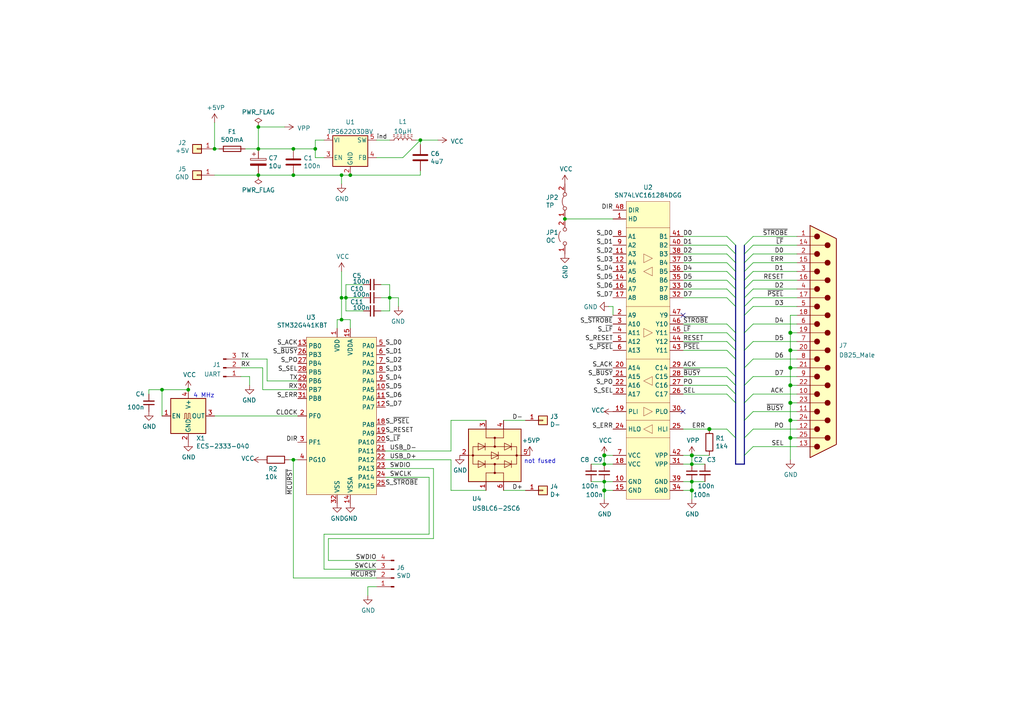
<source format=kicad_sch>
(kicad_sch (version 20211123) (generator eeschema)
  (paper "A4")
  (title_block (title "FTIR USB Adapter") (date "2021-02-28") (rev "1.0") (company "Alexey Galakhov"))
  (lib_symbols
    (symbol "Connector:Conn_01x03_Male" (pin_names (offset 1.016) hide)
      (property "Reference" "J" (at 0 5.08 0))
      (property "Value" "Conn_01x03_Male" (at 0 -5.08 0))
      (symbol "Conn_01x03_Male_1_1"
        (pin passive line (at 5.08 2.54 180) (length 3.81) (name "Pin_1") (number "1"))
        (pin passive line (at 5.08 0 180) (length 3.81) (name "Pin_2") (number "2"))
        (pin passive line (at 5.08 -2.54 180) (length 3.81) (name "Pin_3") (number "3"))
      )
    )
    (symbol "Connector:Conn_01x04_Male" (pin_names (offset 1.016) hide)
      (property "Reference" "J" (at 0 5.08 0))
      (property "Value" "Conn_01x04_Male" (at 0 -7.62 0))
      (symbol "Conn_01x04_Male_1_1"
        (pin passive line (at 5.08 2.54 180) (length 3.81) (name "Pin_1") (number "1"))
        (pin passive line (at 5.08 0 180) (length 3.81) (name "Pin_2") (number "2"))
        (pin passive line (at 5.08 -2.54 180) (length 3.81) (name "Pin_3") (number "3"))
        (pin passive line (at 5.08 -5.08 180) (length 3.81) (name "Pin_4") (number "4"))
      )
    )
    (symbol "Connector:DB25_Male" (pin_names (offset 1.016) hide)
      (property "Reference" "J" (at 0 34.29 0))
      (property "Value" "DB25_Male" (at 0 -34.925 0))
      (symbol "DB25_Male_1_1"
        (pin passive line (at -7.62 -30.48 0) (length 3.81) (name "1") (number "1"))
        (pin passive line (at -7.62 15.24 0) (length 3.81) (name "10") (number "10"))
        (pin passive line (at -7.62 20.32 0) (length 3.81) (name "11") (number "11"))
        (pin passive line (at -7.62 25.4 0) (length 3.81) (name "12") (number "12"))
        (pin passive line (at -7.62 30.48 0) (length 3.81) (name "13") (number "13"))
        (pin passive line (at -7.62 -27.94 0) (length 3.81) (name "P14") (number "14"))
        (pin passive line (at -7.62 -22.86 0) (length 3.81) (name "P15") (number "15"))
        (pin passive line (at -7.62 -17.78 0) (length 3.81) (name "P16") (number "16"))
        (pin passive line (at -7.62 -12.7 0) (length 3.81) (name "P17") (number "17"))
        (pin passive line (at -7.62 -7.62 0) (length 3.81) (name "P18") (number "18"))
        (pin passive line (at -7.62 -2.54 0) (length 3.81) (name "P19") (number "19"))
        (pin passive line (at -7.62 -25.4 0) (length 3.81) (name "2") (number "2"))
        (pin passive line (at -7.62 2.54 0) (length 3.81) (name "P20") (number "20"))
        (pin passive line (at -7.62 7.62 0) (length 3.81) (name "P21") (number "21"))
        (pin passive line (at -7.62 12.7 0) (length 3.81) (name "P22") (number "22"))
        (pin passive line (at -7.62 17.78 0) (length 3.81) (name "P23") (number "23"))
        (pin passive line (at -7.62 22.86 0) (length 3.81) (name "P24") (number "24"))
        (pin passive line (at -7.62 27.94 0) (length 3.81) (name "P25") (number "25"))
        (pin passive line (at -7.62 -20.32 0) (length 3.81) (name "3") (number "3"))
        (pin passive line (at -7.62 -15.24 0) (length 3.81) (name "4") (number "4"))
        (pin passive line (at -7.62 -10.16 0) (length 3.81) (name "5") (number "5"))
        (pin passive line (at -7.62 -5.08 0) (length 3.81) (name "6") (number "6"))
        (pin passive line (at -7.62 0 0) (length 3.81) (name "7") (number "7"))
        (pin passive line (at -7.62 5.08 0) (length 3.81) (name "8") (number "8"))
        (pin passive line (at -7.62 10.16 0) (length 3.81) (name "9") (number "9"))
      )
    )
    (symbol "Connector_Generic:Conn_01x01" (pin_names (offset 1.016) hide)
      (property "Reference" "J" (at 0 2.54 0))
      (property "Value" "Conn_01x01" (at 0 -2.54 0))
      (symbol "Conn_01x01_1_1"
        (pin passive line (at -5.08 0 0) (length 3.81) (name "Pin_1") (number "1"))
      )
    )
    (symbol "Device:C" (pin_numbers hide) (pin_names (offset 0.254))
      (property "Reference" "C" (at 0.635 2.54 0))
      (property "Value" "C" (at 0.635 -2.54 0))
      (symbol "C_1_1"
        (pin passive line (at 0 3.81 270) (length 2.794) (name "~") (number "1"))
        (pin passive line (at 0 -3.81 90) (length 2.794) (name "~") (number "2"))
      )
    )
    (symbol "Device:C_Polarized" (pin_numbers hide) (pin_names (offset 0.254))
      (property "Reference" "C" (at 0.635 2.54 0))
      (property "Value" "C_Polarized" (at 0.635 -2.54 0))
      (symbol "C_Polarized_1_1"
        (pin passive line (at 0 3.81 270) (length 2.794) (name "~") (number "1"))
        (pin passive line (at 0 -3.81 90) (length 2.794) (name "~") (number "2"))
      )
    )
    (symbol "Device:C_Small" (pin_numbers hide) (pin_names (offset 0.254) hide)
      (property "Reference" "C" (at 0.254 1.778 0))
      (property "Value" "C_Small" (at 0.254 -2.032 0))
      (symbol "C_Small_1_1"
        (pin passive line (at 0 2.54 270) (length 2.032) (name "~") (number "1"))
        (pin passive line (at 0 -2.54 90) (length 2.032) (name "~") (number "2"))
      )
    )
    (symbol "Device:Fuse" (pin_numbers hide) (pin_names (offset 0))
      (property "Reference" "F" (at 2.032 0 90))
      (property "Value" "Fuse" (at -1.905 0 90))
      (symbol "Fuse_1_1"
        (pin passive line (at 0 3.81 270) (length 1.27) (name "~") (number "1"))
        (pin passive line (at 0 -3.81 90) (length 1.27) (name "~") (number "2"))
      )
    )
    (symbol "Device:L_Ferrite" (pin_numbers hide) (pin_names (offset 1.016) hide)
      (property "Reference" "L" (at -1.27 0 90))
      (property "Value" "L_Ferrite" (at 2.794 0 90))
      (symbol "L_Ferrite_1_1"
        (pin passive line (at 0 3.81 270) (length 1.27) (name "1") (number "1"))
        (pin passive line (at 0 -3.81 90) (length 1.27) (name "2") (number "2"))
      )
    )
    (symbol "Device:R" (pin_numbers hide) (pin_names (offset 0))
      (property "Reference" "R" (at 2.032 0 90))
      (property "Value" "R" (at 0 0 90))
      (symbol "R_1_1"
        (pin passive line (at 0 3.81 270) (length 1.27) (name "~") (number "1"))
        (pin passive line (at 0 -3.81 90) (length 1.27) (name "~") (number "2"))
      )
    )
    (symbol "Jumper:Jumper_2_Bridged" (pin_names (offset 0) hide)
      (property "Reference" "JP" (at 0 1.905 0))
      (property "Value" "Jumper_2_Bridged" (at 0 -2.54 0))
      (symbol "Jumper_2_Bridged_1_1"
        (pin passive line (at -5.08 0 0) (length 2.54) (name "A") (number "1"))
        (pin passive line (at 5.08 0 180) (length 2.54) (name "B") (number "2"))
      )
    )
    (symbol "Jumper:Jumper_2_Open" (pin_names (offset 0) hide)
      (property "Reference" "JP" (at 0 2.794 0))
      (property "Value" "Jumper_2_Open" (at 0 -2.286 0))
      (symbol "Jumper_2_Open_1_1"
        (pin passive line (at -5.08 0 0) (length 2.54) (name "A") (number "1"))
        (pin passive line (at 5.08 0 180) (length 2.54) (name "B") (number "2"))
      )
    )
    (symbol "Oscillator:XO32" (pin_names (offset 0.254))
      (property "Reference" "X" (at -5.08 6.35 0))
      (property "Value" "XO32" (at 1.27 -6.35 0))
      (symbol "XO32_1_1"
        (pin input line (at -7.62 0 0) (length 2.54) (name "EN") (number "1"))
        (pin power_in line (at 0 -7.62 90) (length 2.54) (name "GND") (number "2"))
        (pin output line (at 7.62 0 180) (length 2.54) (name "OUT") (number "3"))
        (pin power_in line (at 0 7.62 270) (length 2.54) (name "V+") (number "4"))
      )
    )
    (symbol "Power_Protection:USBLC6-2SC6" (pin_names hide)
      (property "Reference" "U" (at 2.54 8.89 0))
      (property "Value" "USBLC6-2SC6" (at 2.54 -8.89 0))
      (symbol "USBLC6-2SC6_1_1"
        (pin passive line (at -10.16 -2.54 0) (length 2.54) (name "I/O1") (number "1"))
        (pin passive line (at 0 -10.16 90) (length 2.54) (name "GND") (number "2"))
        (pin passive line (at 10.16 -2.54 180) (length 2.54) (name "I/O2") (number "3"))
        (pin passive line (at 10.16 2.54 180) (length 2.54) (name "I/O2") (number "4"))
        (pin passive line (at 0 10.16 270) (length 2.54) (name "VBUS") (number "5"))
        (pin passive line (at -10.16 2.54 0) (length 2.54) (name "I/O1") (number "6"))
      )
    )
    (symbol "Regulator_Switching:TPS62203DBV" (pin_names (offset 0.254))
      (property "Reference" "U" (at -5.08 7.62 0))
      (property "Value" "TPS62203DBV" (at 0 7.62 0))
      (symbol "TPS62203DBV_1_1"
        (pin power_in line (at -7.62 5.08 0) (length 2.54) (name "VI") (number "1"))
        (pin power_in line (at 0 -5.08 90) (length 2.54) (name "GND") (number "2"))
        (pin input line (at -7.62 0 0) (length 2.54) (name "EN") (number "3"))
        (pin input line (at 7.62 0 180) (length 2.54) (name "FB") (number "4"))
        (pin output line (at 7.62 5.08 180) (length 2.54) (name "SW") (number "5"))
      )
    )
    (symbol "extras:74LVC161284"
      (property "Reference" "U" (at 0 6.35 0))
      (property "Value" "74LVC161284" (at 0 -82.55 0))
      (symbol "74LVC161284_1_1"
        (pin input line (at -10.16 0 0) (length 3.81) (name "HD") (number "1"))
        (pin power_in line (at -10.16 -76.2 0) (length 3.81) (name "GND") (number "10"))
        (pin bidirectional line (at -10.16 -10.16 0) (length 3.81) (name "A3") (number "11"))
        (pin bidirectional line (at -10.16 -12.7 0) (length 3.81) (name "A4") (number "12"))
        (pin bidirectional line (at -10.16 -15.24 0) (length 3.81) (name "A5") (number "13"))
        (pin bidirectional line (at -10.16 -17.78 0) (length 3.81) (name "A6") (number "14"))
        (pin power_in line (at -10.16 -78.74 0) (length 3.81) (name "GND") (number "15"))
        (pin bidirectional line (at -10.16 -20.32 0) (length 3.81) (name "A7") (number "16"))
        (pin bidirectional line (at -10.16 -22.86 0) (length 3.81) (name "A8") (number "17"))
        (pin power_in line (at -10.16 -71.12 0) (length 3.81) (name "VCC") (number "18"))
        (pin input line (at -10.16 -55.88 0) (length 3.81) (name "PLI") (number "19"))
        (pin input line (at -10.16 -27.94 0) (length 3.81) (name "A9") (number "2"))
        (pin output line (at -10.16 -43.18 0) (length 3.81) (name "A14") (number "20"))
        (pin output line (at -10.16 -45.72 0) (length 3.81) (name "A15") (number "21"))
        (pin output line (at -10.16 -48.26 0) (length 3.81) (name "A16") (number "22"))
        (pin output line (at -10.16 -50.8 0) (length 3.81) (name "A17") (number "23"))
        (pin output line (at -10.16 -60.96 0) (length 3.81) (name "HLO") (number "24"))
        (pin input line (at 10.16 -60.96 180) (length 3.81) (name "HLI") (number "25"))
        (pin output line (at 10.16 -50.8 180) (length 3.81) (name "C17") (number "26"))
        (pin output line (at 10.16 -48.26 180) (length 3.81) (name "C16") (number "27"))
        (pin output line (at 10.16 -45.72 180) (length 3.81) (name "C15") (number "28"))
        (pin output line (at 10.16 -43.18 180) (length 3.81) (name "C14") (number "29"))
        (pin input line (at -10.16 -30.48 0) (length 3.81) (name "A10") (number "3"))
        (pin output line (at 10.16 -55.88 180) (length 3.81) (name "PLO") (number "30"))
        (pin power_in line (at 10.16 -71.12 180) (length 3.81) (name "VPP") (number "31"))
        (pin bidirectional line (at 10.16 -22.86 180) (length 3.81) (name "B8") (number "32"))
        (pin bidirectional line (at 10.16 -20.32 180) (length 3.81) (name "B7") (number "33"))
        (pin power_in line (at 10.16 -78.74 180) (length 3.81) (name "GND") (number "34"))
        (pin bidirectional line (at 10.16 -17.78 180) (length 3.81) (name "B6") (number "35"))
        (pin bidirectional line (at 10.16 -15.24 180) (length 3.81) (name "B5") (number "36"))
        (pin bidirectional line (at 10.16 -12.7 180) (length 3.81) (name "B4") (number "37"))
        (pin bidirectional line (at 10.16 -10.16 180) (length 3.81) (name "B3") (number "38"))
        (pin power_in line (at 10.16 -76.2 180) (length 3.81) (name "GND") (number "39"))
        (pin input line (at -10.16 -33.02 0) (length 3.81) (name "A11") (number "4"))
        (pin bidirectional line (at 10.16 -7.62 180) (length 3.81) (name "B2") (number "40"))
        (pin bidirectional line (at 10.16 -5.08 180) (length 3.81) (name "B1") (number "41"))
        (pin power_in line (at 10.16 -68.58 180) (length 3.81) (name "VPP") (number "42"))
        (pin output line (at 10.16 -38.1 180) (length 3.81) (name "Y11") (number "43"))
        (pin output line (at 10.16 -35.56 180) (length 3.81) (name "Y12") (number "44"))
        (pin output line (at 10.16 -33.02 180) (length 3.81) (name "Y11") (number "45"))
        (pin output line (at 10.16 -30.48 180) (length 3.81) (name "Y10") (number "46"))
        (pin output line (at 10.16 -27.94 180) (length 3.81) (name "Y9") (number "47"))
        (pin input line (at -10.16 2.54 0) (length 3.81) (name "DIR") (number "48"))
        (pin input line (at -10.16 -35.56 0) (length 3.81) (name "A12") (number "5"))
        (pin input line (at -10.16 -38.1 0) (length 3.81) (name "A13") (number "6"))
        (pin power_in line (at -10.16 -68.58 0) (length 3.81) (name "VCC") (number "7"))
        (pin bidirectional line (at -10.16 -5.08 0) (length 3.81) (name "A1") (number "8"))
        (pin bidirectional line (at -10.16 -7.62 0) (length 3.81) (name "A2") (number "9"))
      )
    )
    (symbol "extras:STM32G431KBT"
      (property "Reference" "U" (at -8.89 16.51 0))
      (property "Value" "STM32G431KBT" (at 11.43 -33.02 0))
      (symbol "STM32G431KBT_1_1"
        (pin power_in line (at -1.27 17.78 270) (length 2.54) (name "VDD") (number "1"))
        (pin bidirectional line (at 12.7 0 180) (length 2.54) (name "PA5") (number "10"))
        (pin bidirectional line (at 12.7 -2.54 180) (length 2.54) (name "PA6") (number "11"))
        (pin bidirectional line (at 12.7 -5.08 180) (length 2.54) (name "PA7") (number "12"))
        (pin bidirectional line (at -12.7 12.7 0) (length 2.54) (name "PB0") (number "13"))
        (pin power_in line (at 2.54 -33.02 90) (length 2.54) (name "VSSA") (number "14"))
        (pin power_in line (at 2.54 17.78 270) (length 2.54) (name "VDDA") (number "15"))
        (pin passive line (at -1.27 -33.02 90) (length 2.54) hide (name "VSS") (number "16"))
        (pin passive line (at -1.27 17.78 270) (length 2.54) hide (name "VDD") (number "17"))
        (pin bidirectional line (at 12.7 -10.16 180) (length 2.54) (name "PA8") (number "18"))
        (pin bidirectional line (at 12.7 -12.7 180) (length 2.54) (name "PA9") (number "19"))
        (pin bidirectional line (at -12.7 -7.62 0) (length 2.54) (name "PF0") (number "2"))
        (pin bidirectional line (at 12.7 -15.24 180) (length 2.54) (name "PA10") (number "20"))
        (pin bidirectional line (at 12.7 -17.78 180) (length 2.54) (name "PA11") (number "21"))
        (pin bidirectional line (at 12.7 -20.32 180) (length 2.54) (name "PA12") (number "22"))
        (pin bidirectional line (at 12.7 -22.86 180) (length 2.54) (name "PA13") (number "23"))
        (pin bidirectional line (at 12.7 -25.4 180) (length 2.54) (name "PA14") (number "24"))
        (pin bidirectional line (at 12.7 -27.94 180) (length 2.54) (name "PA15") (number "25"))
        (pin bidirectional line (at -12.7 10.16 0) (length 2.54) (name "PB3") (number "26"))
        (pin bidirectional line (at -12.7 7.62 0) (length 2.54) (name "PB4") (number "27"))
        (pin bidirectional line (at -12.7 5.08 0) (length 2.54) (name "PB5") (number "28"))
        (pin bidirectional line (at -12.7 2.54 0) (length 2.54) (name "PB6") (number "29"))
        (pin bidirectional line (at -12.7 -15.24 0) (length 2.54) (name "PF1") (number "3"))
        (pin bidirectional line (at -12.7 0 0) (length 2.54) (name "PB7") (number "30"))
        (pin bidirectional line (at -12.7 -2.54 0) (length 2.54) (name "PB8") (number "31"))
        (pin power_in line (at -1.27 -33.02 90) (length 2.54) (name "VSS") (number "32"))
        (pin bidirectional line (at -12.7 -20.32 0) (length 2.54) (name "PG10") (number "4"))
        (pin bidirectional line (at 12.7 12.7 180) (length 2.54) (name "PA0") (number "5"))
        (pin bidirectional line (at 12.7 10.16 180) (length 2.54) (name "PA1") (number "6"))
        (pin bidirectional line (at 12.7 7.62 180) (length 2.54) (name "PA2") (number "7"))
        (pin bidirectional line (at 12.7 5.08 180) (length 2.54) (name "PA3") (number "8"))
        (pin bidirectional line (at 12.7 2.54 180) (length 2.54) (name "PA4") (number "9"))
      )
    )
    (symbol "power:+5VP" (power) (pin_names (offset 0))
      (property "Value" "+5VP" (at 0 3.556 0))
      (symbol "+5VP_1_1"
        (pin power_in line (at 0 0 90) (length 0) hide (name "+5VP") (number "1"))
      )
    )
    (symbol "power:GND" (power) (pin_names (offset 0))
      (property "Value" "GND" (at 0 -3.81 0))
      (symbol "GND_1_1"
        (pin power_in line (at 0 0 270) (length 0) hide (name "GND") (number "1"))
      )
    )
    (symbol "power:PWR_FLAG" (power) (pin_numbers hide) (pin_names (offset 0) hide)
      (property "Value" "PWR_FLAG" (at 0 3.81 0))
      (symbol "PWR_FLAG_0_0"
        (pin power_out line (at 0 0 90) (length 0) (name "pwr") (number "1"))
      )
    )
    (symbol "power:VCC" (power) (pin_names (offset 0))
      (property "Value" "VCC" (at 0 3.81 0))
      (symbol "VCC_1_1"
        (pin power_in line (at 0 0 90) (length 0) hide (name "VCC") (number "1"))
      )
    )
    (symbol "power:VPP" (power) (pin_names (offset 0))
      (property "Value" "VPP" (at 0 3.81 0))
      (symbol "VPP_1_1"
        (pin power_in line (at 0 0 90) (length 0) hide (name "VPP") (number "1"))
      )
    )
  )
  (junction (at 121.92 40.64))
  (junction (at 74.93 43.18) (diameter 0.9144))
  (junction (at 229.235 101.6) (diameter 1.016))
  (junction (at 200.66 134.62) (diameter 0.9144))
  (junction (at 113.03 86.36) (diameter 0.9144))
  (junction (at 200.66 132.08) (diameter 1.016))
  (junction (at 229.235 121.92) (diameter 1.016))
  (junction (at 54.61 113.03) (diameter 0.9144))
  (junction (at 200.66 139.7) (diameter 0.9144))
  (junction (at 229.235 111.76) (diameter 1.016))
  (junction (at 46.99 113.03))
  (junction (at 100.33 86.36) (diameter 0.9144))
  (junction (at 229.235 106.68) (diameter 1.016))
  (junction (at 85.09 133.35) (diameter 0.9144))
  (junction (at 229.235 127) (diameter 1.016))
  (junction (at 175.26 139.7) (diameter 0.9144))
  (junction (at 200.66 142.24) (diameter 1.016))
  (junction (at 85.09 43.18) (diameter 0.9144))
  (junction (at 163.83 63.5) (diameter 0.9144))
  (junction (at 62.23 43.18) (diameter 0.9144))
  (junction (at 99.06 92.71) (diameter 0.9144))
  (junction (at 74.93 36.83) (diameter 0.9144))
  (junction (at 101.6 50.8))
  (junction (at 85.09 50.8) (diameter 0.9144))
  (junction (at 91.44 43.18))
  (junction (at 74.93 50.8) (diameter 0.9144))
  (junction (at 99.06 50.8) (diameter 0.9144))
  (junction (at 175.26 132.08) (diameter 1.016))
  (junction (at 175.26 134.62) (diameter 0.9144))
  (junction (at 229.235 116.84) (diameter 1.016))
  (junction (at 175.26 142.24) (diameter 1.016))
  (junction (at 205.74 124.46) (diameter 1.016))
  (junction (at 229.235 96.52) (diameter 1.016))
  (junction (at 99.06 86.36) (diameter 0.9144))
  (no_connect (at 198.12 91.44))
  (no_connect (at 198.12 119.38))
  (bus_entry (at 210.82 78.74) (size 2.54 2.54) (stroke (width 0.1524)))
  (bus_entry (at 215.9 127) (size 2.54 -2.54) (stroke (width 0.1524)))
  (bus_entry (at 215.9 76.2) (size 2.54 -2.54) (stroke (width 0.1524)))
  (bus_entry (at 210.82 124.46) (size 2.54 2.54) (stroke (width 0.1524)))
  (bus_entry (at 210.82 99.06) (size 2.54 2.54) (stroke (width 0.1524)))
  (bus_entry (at 218.44 109.22) (size -2.54 2.54) (stroke (width 0.1524)))
  (bus_entry (at 215.9 83.82) (size 2.54 -2.54) (stroke (width 0.1524)))
  (bus_entry (at 215.9 116.84) (size 2.54 -2.54) (stroke (width 0.1524)))
  (bus_entry (at 210.82 109.22) (size 2.54 2.54) (stroke (width 0.1524)))
  (bus_entry (at 210.82 111.76) (size 2.54 2.54) (stroke (width 0.1524)))
  (bus_entry (at 215.9 101.6) (size 2.54 -2.54) (stroke (width 0.1524)))
  (bus_entry (at 218.44 68.58) (size -2.54 2.54) (stroke (width 0.1524)))
  (bus_entry (at 215.9 86.36) (size 2.54 -2.54) (stroke (width 0.1524)))
  (bus_entry (at 215.9 91.44) (size 2.54 -2.54) (stroke (width 0.1524)))
  (bus_entry (at 210.82 96.52) (size 2.54 2.54) (stroke (width 0.1524)))
  (bus_entry (at 210.82 106.68) (size 2.54 2.54) (stroke (width 0.1524)))
  (bus_entry (at 215.9 132.08) (size 2.54 -2.54) (stroke (width 0.1524)))
  (bus_entry (at 210.82 68.58) (size 2.54 2.54) (stroke (width 0.1524)))
  (bus_entry (at 210.82 83.82) (size 2.54 2.54) (stroke (width 0.1524)))
  (bus_entry (at 210.82 76.2) (size 2.54 2.54) (stroke (width 0.1524)))
  (bus_entry (at 210.82 101.6) (size 2.54 2.54) (stroke (width 0.1524)))
  (bus_entry (at 218.44 104.14) (size -2.54 2.54) (stroke (width 0.1524)))
  (bus_entry (at 210.82 73.66) (size 2.54 2.54) (stroke (width 0.1524)))
  (bus_entry (at 215.9 88.9) (size 2.54 -2.54) (stroke (width 0.1524)))
  (bus_entry (at 215.9 81.28) (size 2.54 -2.54) (stroke (width 0.1524)))
  (bus_entry (at 210.82 86.36) (size 2.54 2.54) (stroke (width 0.1524)))
  (bus_entry (at 210.82 114.3) (size 2.54 2.54) (stroke (width 0.1524)))
  (bus_entry (at 215.9 96.52) (size 2.54 -2.54) (stroke (width 0.1524)))
  (bus_entry (at 215.9 78.74) (size 2.54 -2.54) (stroke (width 0.1524)))
  (bus_entry (at 210.82 81.28) (size 2.54 2.54) (stroke (width 0.1524)))
  (bus_entry (at 210.82 93.98) (size 2.54 2.54) (stroke (width 0.1524)))
  (bus_entry (at 210.82 71.12) (size 2.54 2.54) (stroke (width 0.1524)))
  (bus_entry (at 215.9 121.92) (size 2.54 -2.54) (stroke (width 0.1524)))
  (bus_entry (at 215.9 73.66) (size 2.54 -2.54) (stroke (width 0.1524)))
  (wire (pts (xy 105.41 86.36) (xy 100.33 86.36)))
  (wire (pts (xy 74.93 36.83) (xy 74.93 43.18)))
  (wire (pts (xy 82.55 36.83) (xy 74.93 36.83)))
  (wire (pts (xy 205.74 124.46) (xy 210.82 124.46)))
  (wire (pts (xy 198.12 78.74) (xy 210.82 78.74)))
  (wire (pts (xy 101.6 50.8) (xy 121.92 50.8)))
  (wire (pts (xy 198.12 109.22) (xy 210.82 109.22)))
  (wire (pts (xy 218.44 86.36) (xy 231.14 86.36)))
  (wire (pts (xy 198.12 81.28) (xy 210.82 81.28)))
  (wire (pts (xy 76.2 106.68) (xy 69.85 106.68)))
  (bus (pts (xy 215.9 76.2) (xy 215.9 78.74)))
  (wire (pts (xy 109.22 45.72) (xy 116.84 45.72)))
  (bus (pts (xy 215.9 111.76) (xy 215.9 116.84)))
  (wire (pts (xy 200.66 139.7) (xy 204.47 139.7)))
  (wire (pts (xy 198.12 134.62) (xy 200.66 134.62)))
  (wire (pts (xy 218.44 88.9) (xy 231.14 88.9)))
  (wire (pts (xy 218.44 109.22) (xy 231.14 109.22)))
  (wire (pts (xy 62.23 120.65) (xy 86.36 120.65)))
  (bus (pts (xy 215.9 86.36) (xy 215.9 88.9)))
  (bus (pts (xy 215.9 121.92) (xy 215.9 127)))
  (bus (pts (xy 215.9 116.84) (xy 215.9 121.92)))
  (wire (pts (xy 146.05 142.24) (xy 152.4 142.24)))
  (wire (pts (xy 76.2 113.03) (xy 86.36 113.03)))
  (wire (pts (xy 71.12 43.18) (xy 74.93 43.18)))
  (wire (pts (xy 120.65 40.64) (xy 121.92 40.64)))
  (wire (pts (xy 200.66 132.08) (xy 205.74 132.08)))
  (wire (pts (xy 177.8 134.62) (xy 175.26 134.62)))
  (wire (pts (xy 175.26 142.24) (xy 175.26 144.78)))
  (wire (pts (xy 200.66 142.24) (xy 200.66 144.78)))
  (bus (pts (xy 213.36 127) (xy 213.36 134.62)))
  (bus (pts (xy 215.9 134.62) (xy 213.36 134.62)))
  (bus (pts (xy 215.9 78.74) (xy 215.9 81.28)))
  (wire (pts (xy 111.76 130.81) (xy 130.81 130.81)))
  (wire (pts (xy 171.45 139.7) (xy 175.26 139.7)))
  (wire (pts (xy 198.12 114.3) (xy 210.82 114.3)))
  (wire (pts (xy 198.12 83.82) (xy 210.82 83.82)))
  (wire (pts (xy 69.85 109.22) (xy 72.39 109.22)))
  (wire (pts (xy 198.12 93.98) (xy 210.82 93.98)))
  (bus (pts (xy 215.9 106.68) (xy 215.9 111.76)))
  (wire (pts (xy 62.23 35.56) (xy 62.23 43.18)))
  (bus (pts (xy 213.36 116.84) (xy 213.36 127)))
  (wire (pts (xy 99.06 78.74) (xy 99.06 86.36)))
  (bus (pts (xy 213.36 96.52) (xy 213.36 99.06)))
  (wire (pts (xy 198.12 96.52) (xy 210.82 96.52)))
  (wire (pts (xy 229.235 116.84) (xy 229.235 121.92)))
  (wire (pts (xy 198.12 111.76) (xy 210.82 111.76)))
  (wire (pts (xy 109.22 40.64) (xy 113.03 40.64)))
  (wire (pts (xy 46.99 113.03) (xy 46.99 120.65)))
  (wire (pts (xy 54.61 113.03) (xy 46.99 113.03)))
  (wire (pts (xy 229.235 121.92) (xy 229.235 127)))
  (bus (pts (xy 213.36 101.6) (xy 213.36 104.14)))
  (wire (pts (xy 218.44 99.06) (xy 231.14 99.06)))
  (wire (pts (xy 113.03 86.36) (xy 110.49 86.36)))
  (wire (pts (xy 218.44 114.3) (xy 231.14 114.3)))
  (wire (pts (xy 229.235 127) (xy 231.14 127)))
  (wire (pts (xy 229.235 91.44) (xy 229.235 96.52)))
  (wire (pts (xy 218.44 129.54) (xy 231.14 129.54)))
  (wire (pts (xy 229.235 111.76) (xy 229.235 116.84)))
  (bus (pts (xy 213.36 99.06) (xy 213.36 101.6)))
  (bus (pts (xy 213.36 76.2) (xy 213.36 78.74)))
  (wire (pts (xy 121.92 40.64) (xy 121.92 41.91)))
  (bus (pts (xy 215.9 71.12) (xy 215.9 73.66)))
  (wire (pts (xy 229.235 91.44) (xy 231.14 91.44)))
  (wire (pts (xy 95.25 156.21) (xy 95.25 162.56)))
  (wire (pts (xy 95.25 162.56) (xy 109.22 162.56)))
  (wire (pts (xy 125.73 135.89) (xy 125.73 156.21)))
  (wire (pts (xy 125.73 156.21) (xy 95.25 156.21)))
  (wire (pts (xy 218.44 76.2) (xy 231.14 76.2)))
  (wire (pts (xy 229.235 127) (xy 229.235 133.35)))
  (wire (pts (xy 229.235 111.76) (xy 231.14 111.76)))
  (wire (pts (xy 218.44 68.58) (xy 231.14 68.58)))
  (wire (pts (xy 229.235 96.52) (xy 231.14 96.52)))
  (wire (pts (xy 72.39 109.22) (xy 72.39 111.76)))
  (wire (pts (xy 91.44 43.18) (xy 91.44 40.64)))
  (wire (pts (xy 146.05 121.92) (xy 152.4 121.92)))
  (wire (pts (xy 200.66 132.08) (xy 200.66 134.62)))
  (wire (pts (xy 175.26 139.7) (xy 175.26 142.24)))
  (wire (pts (xy 229.235 121.92) (xy 231.14 121.92)))
  (wire (pts (xy 111.76 135.89) (xy 125.73 135.89)))
  (bus (pts (xy 215.9 91.44) (xy 215.9 96.52)))
  (bus (pts (xy 213.36 111.76) (xy 213.36 114.3)))
  (wire (pts (xy 229.235 101.6) (xy 229.235 106.68)))
  (wire (pts (xy 85.09 133.35) (xy 85.09 167.64)))
  (wire (pts (xy 85.09 167.64) (xy 109.22 167.64)))
  (bus (pts (xy 215.9 88.9) (xy 215.9 91.44)))
  (wire (pts (xy 62.23 43.18) (xy 63.5 43.18)))
  (wire (pts (xy 163.83 63.5) (xy 177.8 63.5)))
  (wire (pts (xy 218.44 124.46) (xy 231.14 124.46)))
  (wire (pts (xy 175.26 142.24) (xy 177.8 142.24)))
  (wire (pts (xy 77.47 104.14) (xy 77.47 110.49)))
  (bus (pts (xy 213.36 73.66) (xy 213.36 76.2)))
  (wire (pts (xy 77.47 110.49) (xy 86.36 110.49)))
  (wire (pts (xy 97.79 92.71) (xy 99.06 92.71)))
  (wire (pts (xy 97.79 95.25) (xy 97.79 92.71)))
  (wire (pts (xy 99.06 92.71) (xy 101.6 92.71)))
  (wire (pts (xy 101.6 92.71) (xy 101.6 95.25)))
  (wire (pts (xy 91.44 43.18) (xy 91.44 45.72)))
  (bus (pts (xy 213.36 109.22) (xy 213.36 111.76)))
  (wire (pts (xy 100.33 82.55) (xy 100.33 86.36)))
  (wire (pts (xy 100.33 86.36) (xy 100.33 90.17)))
  (wire (pts (xy 100.33 90.17) (xy 105.41 90.17)))
  (wire (pts (xy 105.41 82.55) (xy 100.33 82.55)))
  (bus (pts (xy 215.9 73.66) (xy 215.9 76.2)))
  (wire (pts (xy 76.2 113.03) (xy 76.2 106.68)))
  (wire (pts (xy 69.85 104.14) (xy 77.47 104.14)))
  (bus (pts (xy 213.36 86.36) (xy 213.36 88.9)))
  (wire (pts (xy 93.98 154.94) (xy 93.98 165.1)))
  (wire (pts (xy 93.98 165.1) (xy 109.22 165.1)))
  (wire (pts (xy 124.46 138.43) (xy 124.46 154.94)))
  (wire (pts (xy 124.46 154.94) (xy 93.98 154.94)))
  (wire (pts (xy 121.92 40.64) (xy 116.84 45.72)))
  (wire (pts (xy 198.12 124.46) (xy 205.74 124.46)))
  (wire (pts (xy 177.8 139.7) (xy 175.26 139.7)))
  (wire (pts (xy 198.12 139.7) (xy 200.66 139.7)))
  (wire (pts (xy 218.44 119.38) (xy 231.14 119.38)))
  (bus (pts (xy 215.9 101.6) (xy 215.9 106.68)))
  (bus (pts (xy 213.36 83.82) (xy 213.36 86.36)))
  (wire (pts (xy 109.22 170.18) (xy 106.68 170.18)))
  (wire (pts (xy 113.03 86.36) (xy 115.57 86.36)))
  (wire (pts (xy 115.57 86.36) (xy 115.57 88.9)))
  (bus (pts (xy 215.9 83.82) (xy 215.9 86.36)))
  (wire (pts (xy 111.76 133.35) (xy 130.81 133.35)))
  (wire (pts (xy 130.81 133.35) (xy 130.81 142.24)))
  (wire (pts (xy 130.81 142.24) (xy 140.97 142.24)))
  (wire (pts (xy 83.82 133.35) (xy 85.09 133.35)))
  (wire (pts (xy 85.09 133.35) (xy 86.36 133.35)))
  (bus (pts (xy 213.36 71.12) (xy 213.36 73.66)))
  (wire (pts (xy 218.44 81.28) (xy 231.14 81.28)))
  (wire (pts (xy 121.92 50.8) (xy 121.92 49.53)))
  (wire (pts (xy 229.235 101.6) (xy 231.14 101.6)))
  (wire (pts (xy 229.235 116.84) (xy 231.14 116.84)))
  (wire (pts (xy 62.23 50.8) (xy 74.93 50.8)))
  (wire (pts (xy 218.44 104.14) (xy 231.14 104.14)))
  (wire (pts (xy 229.235 106.68) (xy 229.235 111.76)))
  (wire (pts (xy 198.12 73.66) (xy 210.82 73.66)))
  (wire (pts (xy 74.93 50.8) (xy 85.09 50.8)))
  (wire (pts (xy 85.09 50.8) (xy 99.06 50.8)))
  (wire (pts (xy 99.06 50.8) (xy 101.6 50.8)))
  (wire (pts (xy 218.44 73.66) (xy 231.14 73.66)))
  (bus (pts (xy 215.9 96.52) (xy 215.9 101.6)))
  (bus (pts (xy 213.36 88.9) (xy 213.36 96.52)))
  (bus (pts (xy 213.36 78.74) (xy 213.36 81.28)))
  (bus (pts (xy 215.9 81.28) (xy 215.9 83.82)))
  (wire (pts (xy 198.12 76.2) (xy 210.82 76.2)))
  (wire (pts (xy 130.81 121.92) (xy 140.97 121.92)))
  (wire (pts (xy 130.81 130.81) (xy 130.81 121.92)))
  (wire (pts (xy 198.12 86.36) (xy 210.82 86.36)))
  (wire (pts (xy 74.93 43.18) (xy 85.09 43.18)))
  (wire (pts (xy 85.09 43.18) (xy 91.44 43.18)))
  (bus (pts (xy 215.9 127) (xy 215.9 132.08)))
  (wire (pts (xy 99.06 86.36) (xy 100.33 86.36)))
  (wire (pts (xy 99.06 92.71) (xy 99.06 86.36)))
  (wire (pts (xy 229.235 106.68) (xy 231.14 106.68)))
  (wire (pts (xy 110.49 90.17) (xy 113.03 90.17)))
  (wire (pts (xy 113.03 82.55) (xy 110.49 82.55)))
  (wire (pts (xy 113.03 86.36) (xy 113.03 82.55)))
  (wire (pts (xy 113.03 90.17) (xy 113.03 86.36)))
  (wire (pts (xy 198.12 106.68) (xy 210.82 106.68)))
  (bus (pts (xy 213.36 114.3) (xy 213.36 116.84)))
  (bus (pts (xy 213.36 81.28) (xy 213.36 83.82)))
  (wire (pts (xy 200.66 134.62) (xy 204.47 134.62)))
  (wire (pts (xy 198.12 132.08) (xy 200.66 132.08)))
  (wire (pts (xy 111.76 138.43) (xy 124.46 138.43)))
  (wire (pts (xy 218.44 93.98) (xy 231.14 93.98)))
  (wire (pts (xy 106.68 170.18) (xy 106.68 172.72)))
  (wire (pts (xy 121.92 40.64) (xy 127 40.64)))
  (wire (pts (xy 43.18 113.03) (xy 43.18 114.3)))
  (wire (pts (xy 198.12 101.6) (xy 210.82 101.6)))
  (wire (pts (xy 171.45 134.62) (xy 175.26 134.62)))
  (wire (pts (xy 175.26 134.62) (xy 175.26 132.08)))
  (wire (pts (xy 218.44 83.82) (xy 231.14 83.82)))
  (wire (pts (xy 229.235 96.52) (xy 229.235 101.6)))
  (bus (pts (xy 215.9 132.08) (xy 215.9 134.62)))
  (wire (pts (xy 93.98 45.72) (xy 91.44 45.72)))
  (wire (pts (xy 218.44 71.12) (xy 231.14 71.12)))
  (wire (pts (xy 46.99 113.03) (xy 43.18 113.03)))
  (wire (pts (xy 198.12 71.12) (xy 210.82 71.12)))
  (wire (pts (xy 99.06 50.8) (xy 99.06 53.34)))
  (wire (pts (xy 175.26 132.08) (xy 177.8 132.08)))
  (wire (pts (xy 218.44 78.74) (xy 231.14 78.74)))
  (wire (pts (xy 91.44 40.64) (xy 93.98 40.64)))
  (bus (pts (xy 213.36 104.14) (xy 213.36 109.22)))
  (wire (pts (xy 176.53 88.9) (xy 177.8 88.9)))
  (wire (pts (xy 177.8 91.44) (xy 177.8 88.9)))
  (wire (pts (xy 198.12 68.58) (xy 210.82 68.58)))
  (wire (pts (xy 200.66 139.7) (xy 200.66 142.24)))
  (wire (pts (xy 198.12 99.06) (xy 210.82 99.06)))
  (wire (pts (xy 198.12 142.24) (xy 200.66 142.24)))
  (text "4 MHz" (at 62.23 115.57 180) (effects (font (size 1.27 1.27)) (justify right bottom)))
  (text "not fused" (at 161.29 134.62 180) (effects (font (size 1.27 1.27)) (justify right bottom)))
  (label "D4" (at 227.33 93.98 180))
  (label "~{MCURST}" (at 85.09 135.89 270))
  (label "S_D1" (at 111.76 102.87 0))
  (label "S_D0" (at 111.76 100.33 0))
  (label "D7" (at 227.33 109.22 180))
  (label "S_D3" (at 111.76 107.95 0))
  (label "S_ACK" (at 86.36 100.33 180))
  (label "S_D6" (at 111.76 115.57 0))
  (label "S_~{LF}" (at 111.76 128.27 0))
  (label "S_~{STROBE}" (at 111.76 140.97 0))
  (label "SWCLK" (at 113.03 138.43 0))
  (label "SWDIO" (at 113.03 135.89 0))
  (label "~{BUSY}" (at 227.33 119.38 180))
  (label "D1" (at 198.12 71.12 0))
  (label "RX" (at 86.36 113.03 180))
  (label "SWDIO" (at 109.22 162.56 180))
  (label "SEL" (at 227.33 129.54 180))
  (label "S_D0" (at 177.8 68.58 180))
  (label "D0" (at 198.12 68.58 0))
  (label "SEL" (at 198.12 114.3 0))
  (label "~{STROBE}" (at 228.6 68.58 180))
  (label "S_SEL" (at 86.36 107.95 180))
  (label "D7" (at 198.12 86.36 0))
  (label "ACK" (at 198.12 106.68 0))
  (label "S_~{PSEL}" (at 177.8 101.6 180))
  (label "S_D2" (at 177.8 73.66 180))
  (label "S_~{BUSY}" (at 177.8 109.22 180))
  (label "D+" (at 148.59 142.24 0))
  (label "PO" (at 227.33 124.46 180))
  (label "TX" (at 69.85 104.14 0))
  (label "S_~{PSEL}" (at 111.76 123.19 0))
  (label "SWCLK" (at 109.22 165.1 180))
  (label "TX" (at 86.36 110.49 180))
  (label "S_D4" (at 111.76 110.49 0))
  (label "D2" (at 198.12 73.66 0))
  (label "DIR" (at 177.8 60.96 180))
  (label "RX" (at 69.85 106.68 0))
  (label "S_~{STROBE}" (at 177.8 93.98 180))
  (label "USB_D+" (at 113.03 133.35 0))
  (label "CLOCK" (at 86.36 120.65 180))
  (label "S_RESET" (at 111.76 125.73 0))
  (label "ERR" (at 200.66 124.46 0))
  (label "RESET" (at 198.12 99.06 0))
  (label "D3" (at 227.33 88.9 180))
  (label "S_PO" (at 86.36 105.41 180))
  (label "S_D1" (at 177.8 71.12 180))
  (label "S_D5" (at 111.76 113.03 0))
  (label "D0" (at 227.33 73.66 180))
  (label "~{BUSY}" (at 198.12 109.22 0))
  (label "D3" (at 198.12 76.2 0))
  (label "S_D6" (at 177.8 83.82 180))
  (label "S_D5" (at 177.8 81.28 180))
  (label "ind" (at 109.22 40.64 0))
  (label "S_PO" (at 177.8 111.76 180))
  (label "S_D2" (at 111.76 105.41 0))
  (label "S_D7" (at 111.76 118.11 0))
  (label "D1" (at 227.33 78.74 180))
  (label "S_ERR" (at 177.8 124.46 180))
  (label "DIR" (at 86.36 128.27 180))
  (label "ACK" (at 227.33 114.3 180))
  (label "~{STROBE}" (at 198.12 93.98 0))
  (label "S_ERR" (at 86.36 115.57 180))
  (label "D-" (at 148.59 121.92 0))
  (label "S_RESET" (at 177.8 99.06 180))
  (label "S_D3" (at 177.8 76.2 180))
  (label "S_D7" (at 177.8 86.36 180))
  (label "RESET" (at 227.33 81.28 180))
  (label "~{PSEL}" (at 227.33 86.36 180))
  (label "D6" (at 227.33 104.14 180))
  (label "S_SEL" (at 177.8 114.3 180))
  (label "D6" (at 198.12 83.82 0))
  (label "D4" (at 198.12 78.74 0))
  (label "S_ACK" (at 177.8 106.68 180))
  (label "D5" (at 227.33 99.06 180))
  (label "D2" (at 227.33 83.82 180))
  (label "~{PSEL}" (at 198.12 101.6 0))
  (label "S_~{BUSY}" (at 86.36 102.87 180))
  (label "ERR" (at 227.33 76.2 180))
  (label "~{MCURST}" (at 109.22 167.64 180))
  (label "D5" (at 198.12 81.28 0))
  (label "S_D4" (at 177.8 78.74 180))
  (label "~{LF}" (at 227.33 71.12 180))
  (label "S_~{LF}" (at 177.8 96.52 180))
  (label "USB_D-" (at 113.03 130.81 0))
  (label "~{LF}" (at 198.12 96.52 0))
  (label "PO" (at 198.12 111.76 0))
  (symbol (lib_id "Connector_Generic:Conn_01x01") (at 157.48 121.92 0) (unit 1)
    (property "Reference" "J3" (at 159.5121 120.8214 0) (effects (justify left)))
    (property "Value" "D-" (at 159.5121 123.1201 0) (effects (justify left)))
    (property "Footprint" "Connector_Wire:SolderWire-0.15sqmm_1x01_D0.5mm_OD1.5mm" (effects hide))
  )
  (symbol (lib_id "Device:C_Small") (at 107.95 90.17 90) (unit 1)
    (property "Reference" "C11" (at 103.505 87.5727 90))
    (property "Value" "100n" (at 104.775 89.2364 90))
    (property "Footprint" "Capacitor_SMD:C_0603_1608Metric_Pad1.08x0.95mm_HandSolder" (effects hide))
  )
  (symbol (lib_id "power:GND") (at 200.66 144.78 0) (unit 1)
    (property "Reference" "#PWR0101" (effects hide))
    (property "Value" "GND" (at 200.7743 149.1044 0))
  )
  (symbol (lib_id "Power_Protection:USBLC6-2SC6") (at 143.51 132.08 270) (mirror x) (unit 1)
    (property "Reference" "U4" (at 136.9061 144.6594 90) (effects (justify left)))
    (property "Value" "USBLC6-2SC6" (at 136.9061 147.4407 90) (effects (justify left)))
    (property "Footprint" "Package_TO_SOT_SMD:SOT-23-6" (effects hide))
    (property "Datasheet" "https://www.st.com/resource/en/datasheet/usblc6-2.pdf" (effects hide))
  )
  (symbol (lib_id "Device:C_Small") (at 200.66 137.16 0) (mirror y) (unit 1)
    (property "Reference" "C2" (at 202.5077 133.35 0))
    (property "Value" "100n" (at 203.5364 143.51 0))
    (property "Footprint" "Capacitor_SMD:C_0603_1608Metric_Pad1.08x0.95mm_HandSolder" (effects hide))
  )
  (symbol (lib_id "Connector_Generic:Conn_01x01") (at 57.15 50.8 180) (unit 1)
    (property "Reference" "J5" (at 52.832 49.0282 0))
    (property "Value" "GND" (at 52.832 51.3269 0))
    (property "Footprint" "Connector_Wire:SolderWire-0.15sqmm_1x01_D0.5mm_OD1.5mm" (effects hide))
  )
  (symbol (lib_id "power:GND") (at 163.83 73.66 0) (unit 1)
    (property "Reference" "#PWR010" (effects hide))
    (property "Value" "GND" (at 163.9443 76.835 90) (effects (justify right)))
  )
  (symbol (lib_id "power:GND") (at 133.35 132.08 0) (unit 1)
    (property "Reference" "#PWR011" (effects hide))
    (property "Value" "GND" (at 133.4643 136.4044 0))
  )
  (symbol (lib_id "Device:L_Ferrite") (at 116.84 40.64 90) (unit 1)
    (property "Reference" "L1" (at 116.84 35.2765 90))
    (property "Value" "10µH" (at 116.84 38.0516 90))
    (property "Footprint" "Inductor_SMD:L_Coilcraft_XxL4030" (effects hide))
  )
  (symbol (lib_id "power:VPP") (at 82.55 36.83 270) (unit 1)
    (property "Reference" "#PWR06" (effects hide))
    (property "Value" "VPP" (at 88.1444 37.1983 90))
  )
  (symbol (lib_id "power:PWR_FLAG") (at 74.93 36.83 0) (unit 1)
    (property "Reference" "#FLG01" (effects hide))
    (property "Value" "PWR_FLAG" (at 74.93 32.5056 0))
  )
  (symbol (lib_id "power:VCC") (at 163.83 53.34 0) (unit 1)
    (property "Reference" "#PWR08" (effects hide))
    (property "Value" "VCC" (at 164.1983 49.0156 0))
  )
  (symbol (lib_id "Connector:DB25_Male") (at 238.76 99.06 0) (mirror x) (unit 1)
    (property "Reference" "J7" (at 243.3321 100.2094 0) (effects (justify left)))
    (property "Value" "DB25_Male" (at 243.3321 102.9907 0) (effects (justify left)))
    (property "Footprint" "Connector_Dsub:DSUB-25_Male_EdgeMount_P2.77mm" (effects hide))
    (property "Datasheet" " ~" (effects hide))
  )
  (symbol (lib_id "Device:C_Small") (at 175.26 137.16 0) (mirror x) (unit 1)
    (property "Reference" "C9" (at 173.4123 133.35 0))
    (property "Value" "100n" (at 172.3836 143.51 0))
    (property "Footprint" "Capacitor_SMD:C_0603_1608Metric_Pad1.08x0.95mm_HandSolder" (effects hide))
  )
  (symbol (lib_id "power:GND") (at 176.53 88.9 270) (unit 1)
    (property "Reference" "#PWR0104" (effects hide))
    (property "Value" "GND" (at 173.355 89.0143 90) (effects (justify right)))
  )
  (symbol (lib_id "Jumper:Jumper_2_Bridged") (at 163.83 58.42 90) (unit 1)
    (property "Reference" "JP2" (at 158.3437 57.2706 90) (effects (justify right)))
    (property "Value" "TP" (at 158.3437 59.5693 90) (effects (justify right)))
    (property "Footprint" "Resistor_SMD:R_0805_2012Metric_Pad1.20x1.40mm_HandSolder" (effects hide))
  )
  (symbol (lib_id "power:+5VP") (at 153.67 132.08 0) (unit 1)
    (property "Reference" "#PWR0112" (effects hide))
    (property "Value" "+5VP" (at 154.0383 127.7556 0))
  )
  (symbol (lib_id "power:GND") (at 101.6 146.05 0) (unit 1)
    (property "Reference" "#PWR03" (effects hide))
    (property "Value" "GND" (at 101.7143 150.3744 0))
  )
  (symbol (lib_id "extras:STM32G431KBT") (at 99.06 113.03 0) (unit 1)
    (property "Reference" "U3" (at 90.17 92.0558 0))
    (property "Value" "STM32G441KBT" (at 87.63 94.3545 0))
    (property "Footprint" "Package_QFP:LQFP-32_7x7mm_P0.8mm" (effects hide))
  )
  (symbol (lib_id "power:GND") (at 72.39 111.76 0) (mirror y) (unit 1)
    (property "Reference" "#PWR017" (effects hide))
    (property "Value" "GND" (at 72.2757 116.0844 0))
  )
  (symbol (lib_id "power:GND") (at 97.79 146.05 0) (unit 1)
    (property "Reference" "#PWR02" (effects hide))
    (property "Value" "GND" (at 97.9043 150.3744 0))
  )
  (symbol (lib_id "Device:R") (at 80.01 133.35 90) (unit 1)
    (property "Reference" "R2" (at 80.5181 136.0106 90) (effects (justify left)))
    (property "Value" "10k" (at 80.5181 138.3093 90) (effects (justify left)))
    (property "Footprint" "Resistor_SMD:R_0603_1608Metric_Pad0.98x0.95mm_HandSolder" (effects hide))
  )
  (symbol (lib_id "power:VPP") (at 200.66 132.08 0) (unit 1)
    (property "Reference" "#PWR0107" (effects hide))
    (property "Value" "VPP" (at 201.0283 127.7556 0))
  )
  (symbol (lib_id "power:VCC") (at 76.2 133.35 90) (unit 1)
    (property "Reference" "#PWR0111" (effects hide))
    (property "Value" "VCC" (at 71.8756 132.9817 90))
  )
  (symbol (lib_id "extras:74LVC161284") (at 187.96 63.5 0) (unit 1)
    (property "Reference" "U2" (at 187.96 54.3362 0))
    (property "Value" "SN74LVC161284DGG" (at 187.96 56.6349 0))
    (property "Footprint" "Package_SO:TSSOP-48_6.1x12.5mm_P0.5mm" (effects hide))
  )
  (symbol (lib_id "power:GND") (at 99.06 53.34 0) (unit 1)
    (property "Reference" "#PWR05" (effects hide))
    (property "Value" "GND" (at 99.1743 57.6644 0))
  )
  (symbol (lib_id "power:VCC") (at 54.61 113.03 0) (unit 1)
    (property "Reference" "#PWR0110" (effects hide))
    (property "Value" "VCC" (at 54.9783 108.7056 0))
  )
  (symbol (lib_id "power:GND") (at 175.26 144.78 0) (unit 1)
    (property "Reference" "#PWR0102" (effects hide))
    (property "Value" "GND" (at 175.3743 149.1044 0))
  )
  (symbol (lib_id "Regulator_Switching:TPS62203DBV") (at 101.6 45.72 0) (unit 1)
    (property "Reference" "U1" (at 101.6 35.4035 0))
    (property "Value" "TPS62203DBV" (at 101.6 38.1786 0))
    (property "Footprint" "Package_TO_SOT_SMD:SOT-23-5" (effects hide))
    (property "Datasheet" "http://www.ti.com/lit/ds/symlink/tps62201.pdf" (effects hide))
  )
  (symbol (lib_id "Device:C") (at 85.09 46.99 0) (unit 1)
    (property "Reference" "C1" (at 88.0111 45.8406 0) (effects (justify left)))
    (property "Value" "100n" (at 88.0111 48.1393 0) (effects (justify left)))
    (property "Footprint" "Capacitor_SMD:C_0805_2012Metric_Pad1.18x1.45mm_HandSolder" (effects hide))
  )
  (symbol (lib_id "power:GND") (at 229.235 133.35 0) (unit 1)
    (property "Reference" "#PWR0103" (effects hide))
    (property "Value" "GND" (at 229.3493 137.6744 0))
  )
  (symbol (lib_id "Device:C_Small") (at 107.95 86.36 270) (mirror x) (unit 1)
    (property "Reference" "C10" (at 103.505 83.7627 90))
    (property "Value" "100n" (at 104.775 85.4264 90))
    (property "Footprint" "Capacitor_SMD:C_0603_1608Metric_Pad1.08x0.95mm_HandSolder" (effects hide))
  )
  (symbol (lib_id "Connector:Conn_01x04_Male") (at 114.3 167.64 180) (unit 1)
    (property "Reference" "J6" (at 115.0113 164.6618 0) (effects (justify right)))
    (property "Value" "SWD" (at 115.0113 166.9605 0) (effects (justify right)))
    (property "Footprint" "Connector_PinHeader_1.27mm:PinHeader_1x04_P1.27mm_Vertical" (effects hide))
  )
  (symbol (lib_id "Jumper:Jumper_2_Open") (at 163.83 68.58 90) (unit 1)
    (property "Reference" "JP1" (at 158.3437 67.4306 90) (effects (justify right)))
    (property "Value" "OC" (at 158.3437 69.7293 90) (effects (justify right)))
    (property "Footprint" "Resistor_SMD:R_0805_2012Metric_Pad1.20x1.40mm_HandSolder" (effects hide))
  )
  (symbol (lib_id "power:VCC") (at 127 40.64 270) (unit 1)
    (property "Reference" "#PWR09" (effects hide))
    (property "Value" "VCC" (at 132.5944 41.0083 90))
  )
  (symbol (lib_id "power:GND") (at 54.61 128.27 0) (unit 1)
    (property "Reference" "#PWR0109" (effects hide))
    (property "Value" "GND" (at 54.7243 132.5944 0))
  )
  (symbol (lib_id "Device:C_Small") (at 204.47 137.16 0) (mirror y) (unit 1)
    (property "Reference" "C3" (at 206.3177 133.35 0))
    (property "Value" "100n" (at 204.8064 140.97 0))
    (property "Footprint" "Capacitor_SMD:C_0603_1608Metric_Pad1.08x0.95mm_HandSolder" (effects hide))
  )
  (symbol (lib_id "Device:R") (at 205.74 128.27 0) (unit 1)
    (property "Reference" "R1" (at 207.5181 127.1206 0) (effects (justify left)))
    (property "Value" "1k4" (at 207.5181 129.4193 0) (effects (justify left)))
    (property "Footprint" "Resistor_SMD:R_0603_1608Metric_Pad0.98x0.95mm_HandSolder" (effects hide))
  )
  (symbol (lib_id "power:VCC") (at 99.06 78.74 0) (unit 1)
    (property "Reference" "#PWR04" (effects hide))
    (property "Value" "VCC" (at 99.4283 74.4156 0))
  )
  (symbol (lib_id "Device:C_Small") (at 171.45 137.16 0) (mirror x) (unit 1)
    (property "Reference" "C8" (at 169.6023 133.35 0))
    (property "Value" "100n" (at 171.1136 140.97 0))
    (property "Footprint" "Capacitor_SMD:C_0603_1608Metric_Pad1.08x0.95mm_HandSolder" (effects hide))
  )
  (symbol (lib_id "Oscillator:XO32") (at 54.61 120.65 0) (unit 1)
    (property "Reference" "X1" (at 56.8961 127.1206 0) (effects (justify left)))
    (property "Value" "ECS-2333-040" (at 56.8961 129.4193 0) (effects (justify left)))
    (property "Footprint" "Oscillator:Oscillator_SMD_EuroQuartz_XO32-4Pin_3.2x2.5mm" (effects hide))
    (property "Datasheet" "http://cdn-reichelt.de/documents/datenblatt/B400/XO32.pdf" (effects hide))
  )
  (symbol (lib_id "power:VCC") (at 177.8 119.38 90) (unit 1)
    (property "Reference" "#PWR0108" (effects hide))
    (property "Value" "VCC" (at 173.4756 119.0117 90))
  )
  (symbol (lib_id "power:VCC") (at 175.26 132.08 0) (unit 1)
    (property "Reference" "#PWR0106" (effects hide))
    (property "Value" "VCC" (at 175.6283 127.7556 0))
  )
  (symbol (lib_id "power:PWR_FLAG") (at 74.93 50.8 0) (mirror x) (unit 1)
    (property "Reference" "#FLG0101" (effects hide))
    (property "Value" "PWR_FLAG" (at 74.93 55.1244 0))
  )
  (symbol (lib_id "Connector_Generic:Conn_01x01") (at 157.48 142.24 0) (unit 1)
    (property "Reference" "J4" (at 159.5121 141.1414 0) (effects (justify left)))
    (property "Value" "D+" (at 159.5121 143.4401 0) (effects (justify left)))
    (property "Footprint" "Connector_Wire:SolderWire-0.15sqmm_1x01_D0.5mm_OD1.5mm" (effects hide))
  )
  (symbol (lib_id "Connector:Conn_01x03_Male") (at 64.77 106.68 0) (mirror x) (unit 1)
    (property "Reference" "J1" (at 64.0589 105.7715 0) (effects (justify right)))
    (property "Value" "UART" (at 64.0589 108.5466 0) (effects (justify right)))
    (property "Footprint" "Connector_PinHeader_1.27mm:PinHeader_1x03_P1.27mm_Vertical" (effects hide))
  )
  (symbol (lib_id "power:GND") (at 115.57 88.9 0) (mirror y) (unit 1)
    (property "Reference" "#PWR01" (effects hide))
    (property "Value" "GND" (at 115.4557 93.2244 0))
  )
  (symbol (lib_id "power:+5VP") (at 62.23 35.56 0) (unit 1)
    (property "Reference" "#PWR0113" (effects hide))
    (property "Value" "+5VP" (at 62.5983 31.2356 0))
  )
  (symbol (lib_id "Device:C_Polarized") (at 74.93 46.99 0) (unit 1)
    (property "Reference" "C7" (at 77.8511 45.8406 0) (effects (justify left)))
    (property "Value" "10u" (at 77.8511 48.1393 0) (effects (justify left)))
    (property "Footprint" "Capacitor_SMD:CP_Elec_4x3" (effects hide))
  )
  (symbol (lib_id "Connector_Generic:Conn_01x01") (at 57.15 43.18 180) (unit 1)
    (property "Reference" "J2" (at 52.832 41.4082 0))
    (property "Value" "+5V" (at 52.832 43.7069 0))
    (property "Footprint" "Connector_Wire:SolderWire-0.15sqmm_1x01_D0.5mm_OD1.5mm" (effects hide))
  )
  (symbol (lib_id "power:GND") (at 106.68 172.72 0) (unit 1)
    (property "Reference" "#PWR0105" (effects hide))
    (property "Value" "GND" (at 106.7943 177.0444 0))
  )
  (symbol (lib_id "power:GND") (at 43.18 119.38 0) (unit 1)
    (property "Reference" "#PWR012" (effects hide))
    (property "Value" "GND" (at 43.2943 123.7044 0))
  )
  (symbol (lib_id "Device:C_Small") (at 107.95 82.55 270) (mirror x) (unit 1)
    (property "Reference" "C5" (at 103.505 79.9527 90))
    (property "Value" "100n" (at 104.775 81.6164 90))
    (property "Footprint" "Capacitor_SMD:C_0603_1608Metric_Pad1.08x0.95mm_HandSolder" (effects hide))
  )
  (symbol (lib_id "Device:Fuse") (at 67.31 43.18 90) (unit 1)
    (property "Reference" "F1" (at 67.31 38.2078 90))
    (property "Value" "500mA" (at 67.31 40.5065 90))
    (property "Footprint" "Fuse:Fuse_0805_2012Metric_Pad1.15x1.40mm_HandSolder" (effects hide))
  )
  (symbol (lib_id "Device:C_Small") (at 43.18 116.84 180) (unit 1)
    (property "Reference" "C4" (at 40.64 114.3 0))
    (property "Value" "100n" (at 39.37 118.11 0))
    (property "Footprint" "Capacitor_SMD:C_0603_1608Metric_Pad1.08x0.95mm_HandSolder" (effects hide))
  )
  (symbol (lib_id "Device:C") (at 121.92 45.72 0) (unit 1)
    (property "Reference" "C6" (at 124.8411 44.5706 0) (effects (justify left)))
    (property "Value" "4u7" (at 124.8411 46.8693 0) (effects (justify left)))
    (property "Footprint" "Capacitor_SMD:C_0805_2012Metric_Pad1.18x1.45mm_HandSolder" (effects hide))
  )
)
</source>
